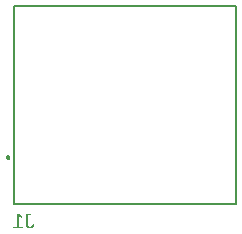
<source format=gbr>
G04 EAGLE Gerber RS-274X export*
G75*
%MOMM*%
%FSLAX34Y34*%
%LPD*%
%INSilkscreen Bottom*%
%IPPOS*%
%AMOC8*
5,1,8,0,0,1.08239X$1,22.5*%
G01*
G04 Define Apertures*
%ADD10C,0.127000*%
%ADD11C,0.200000*%
G36*
X59271Y121705D02*
X51524Y121705D01*
X51524Y123047D01*
X54534Y123047D01*
X54534Y134067D01*
X55990Y134067D01*
X58912Y132058D01*
X58912Y130566D01*
X56122Y132558D01*
X56122Y123047D01*
X59271Y123047D01*
X59271Y121705D01*
G37*
G36*
X65599Y121529D02*
X65187Y121545D01*
X64798Y121593D01*
X64430Y121674D01*
X64086Y121787D01*
X63764Y121932D01*
X63464Y122109D01*
X63187Y122318D01*
X62932Y122560D01*
X62704Y122830D01*
X62506Y123123D01*
X62339Y123441D01*
X62202Y123783D01*
X62095Y124148D01*
X62019Y124538D01*
X61973Y124952D01*
X61958Y125389D01*
X61958Y134067D01*
X66003Y134067D01*
X66003Y132698D01*
X63625Y132698D01*
X63625Y125354D01*
X63633Y125061D01*
X63658Y124785D01*
X63699Y124528D01*
X63757Y124289D01*
X63831Y124069D01*
X63921Y123866D01*
X64028Y123682D01*
X64152Y123516D01*
X64289Y123369D01*
X64439Y123242D01*
X64601Y123134D01*
X64775Y123046D01*
X64960Y122977D01*
X65158Y122928D01*
X65368Y122899D01*
X65590Y122889D01*
X65794Y122898D01*
X65990Y122925D01*
X66176Y122969D01*
X66354Y123032D01*
X66523Y123112D01*
X66683Y123210D01*
X66834Y123326D01*
X66977Y123459D01*
X67109Y123609D01*
X67228Y123772D01*
X67336Y123950D01*
X67431Y124141D01*
X67513Y124347D01*
X67584Y124566D01*
X67642Y124800D01*
X67687Y125047D01*
X69328Y124775D01*
X69245Y124382D01*
X69141Y124014D01*
X69018Y123672D01*
X68875Y123355D01*
X68711Y123063D01*
X68528Y122797D01*
X68325Y122556D01*
X68102Y122341D01*
X67859Y122150D01*
X67596Y121986D01*
X67313Y121846D01*
X67010Y121732D01*
X66687Y121643D01*
X66345Y121580D01*
X65982Y121542D01*
X65599Y121529D01*
G37*
D10*
X52200Y309910D02*
X52200Y142210D01*
X239900Y142210D01*
X239900Y309910D01*
X52200Y309910D01*
D11*
X45990Y181610D02*
X45992Y181673D01*
X45998Y181735D01*
X46008Y181797D01*
X46021Y181859D01*
X46039Y181919D01*
X46060Y181978D01*
X46085Y182036D01*
X46114Y182092D01*
X46146Y182146D01*
X46181Y182198D01*
X46219Y182247D01*
X46261Y182295D01*
X46305Y182339D01*
X46353Y182381D01*
X46402Y182419D01*
X46454Y182454D01*
X46508Y182486D01*
X46564Y182515D01*
X46622Y182540D01*
X46681Y182561D01*
X46741Y182579D01*
X46803Y182592D01*
X46865Y182602D01*
X46927Y182608D01*
X46990Y182610D01*
X47053Y182608D01*
X47115Y182602D01*
X47177Y182592D01*
X47239Y182579D01*
X47299Y182561D01*
X47358Y182540D01*
X47416Y182515D01*
X47472Y182486D01*
X47526Y182454D01*
X47578Y182419D01*
X47627Y182381D01*
X47675Y182339D01*
X47719Y182295D01*
X47761Y182247D01*
X47799Y182198D01*
X47834Y182146D01*
X47866Y182092D01*
X47895Y182036D01*
X47920Y181978D01*
X47941Y181919D01*
X47959Y181859D01*
X47972Y181797D01*
X47982Y181735D01*
X47988Y181673D01*
X47990Y181610D01*
X47988Y181547D01*
X47982Y181485D01*
X47972Y181423D01*
X47959Y181361D01*
X47941Y181301D01*
X47920Y181242D01*
X47895Y181184D01*
X47866Y181128D01*
X47834Y181074D01*
X47799Y181022D01*
X47761Y180973D01*
X47719Y180925D01*
X47675Y180881D01*
X47627Y180839D01*
X47578Y180801D01*
X47526Y180766D01*
X47472Y180734D01*
X47416Y180705D01*
X47358Y180680D01*
X47299Y180659D01*
X47239Y180641D01*
X47177Y180628D01*
X47115Y180618D01*
X47053Y180612D01*
X46990Y180610D01*
X46927Y180612D01*
X46865Y180618D01*
X46803Y180628D01*
X46741Y180641D01*
X46681Y180659D01*
X46622Y180680D01*
X46564Y180705D01*
X46508Y180734D01*
X46454Y180766D01*
X46402Y180801D01*
X46353Y180839D01*
X46305Y180881D01*
X46261Y180925D01*
X46219Y180973D01*
X46181Y181022D01*
X46146Y181074D01*
X46114Y181128D01*
X46085Y181184D01*
X46060Y181242D01*
X46039Y181301D01*
X46021Y181361D01*
X46008Y181423D01*
X45998Y181485D01*
X45992Y181547D01*
X45990Y181610D01*
M02*

</source>
